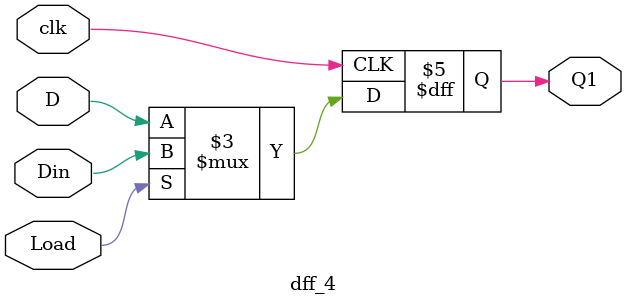
<source format=v>
module dff_1 (clk, D, Din, Load, Q4);
input clk, D, Din, Load;
output Q4;
reg Q4;
always@ (posedge clk)
    if (Load)
        Q4 = Din;
    else
        Q4 = D;
endmodule

    module dff_2 (clk, D, Din, Load, Q3);
input clk, D, Din, Load;
output Q3;
reg Q3;
always@ (posedge clk)
    if (Load)
        Q3 = Din;
    else
        Q3 = D;
endmodule

    module dff_3 (clk, D, Din, Load, Q2);
input clk, D, Din, Load;
output Q2;
reg Q2;
always@ (posedge clk)
    if (Load)
        Q2 = Din;
    else
        Q2 = D;
endmodule

    module dff_4 (clk, D, Din, Load, Q1);
input clk, D, Din, Load;
output Q1;
reg Q1;
always@ (posedge clk)
    if (Load)
        Q1 = Din;
    else
        Q1 = D;
endmodule

</source>
